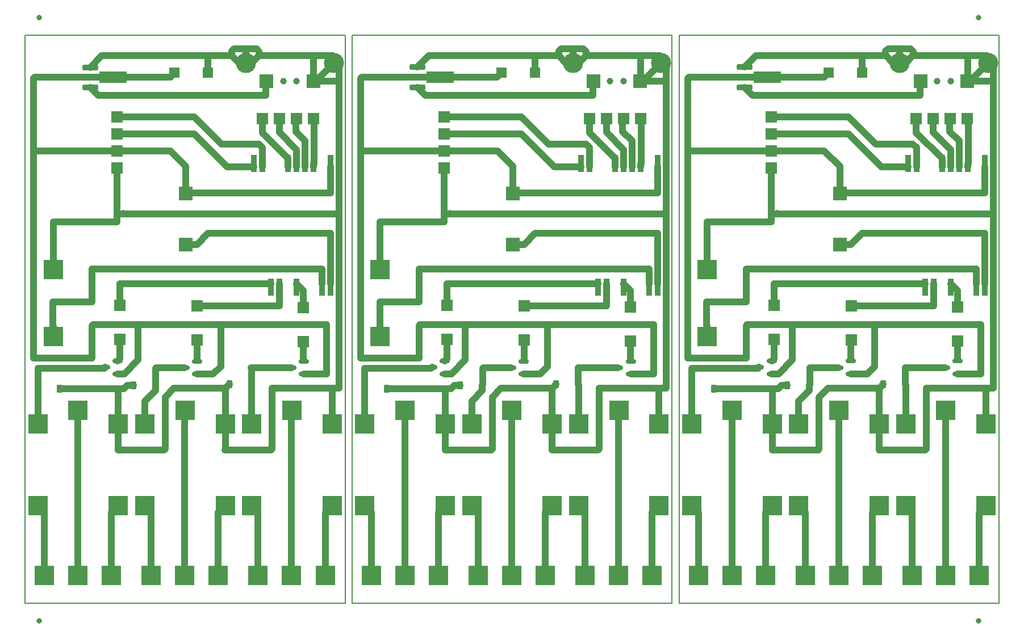
<source format=gbr>
%TF.GenerationSoftware,KiCad,Pcbnew,9.0.6*%
%TF.CreationDate,2026-01-12T11:56:10-03:00*%
%TF.ProjectId,central,63656e74-7261-46c2-9e6b-696361645f70,rev?*%
%TF.SameCoordinates,Original*%
%TF.FileFunction,Copper,L1,Top*%
%TF.FilePolarity,Positive*%
%FSLAX46Y46*%
G04 Gerber Fmt 4.6, Leading zero omitted, Abs format (unit mm)*
G04 Created by KiCad (PCBNEW 9.0.6) date 2026-01-12 11:56:10*
%MOMM*%
%LPD*%
G01*
G04 APERTURE LIST*
G04 Aperture macros list*
%AMRoundRect*
0 Rectangle with rounded corners*
0 $1 Rounding radius*
0 $2 $3 $4 $5 $6 $7 $8 $9 X,Y pos of 4 corners*
0 Add a 4 corners polygon primitive as box body*
4,1,4,$2,$3,$4,$5,$6,$7,$8,$9,$2,$3,0*
0 Add four circle primitives for the rounded corners*
1,1,$1+$1,$2,$3*
1,1,$1+$1,$4,$5*
1,1,$1+$1,$6,$7*
1,1,$1+$1,$8,$9*
0 Add four rect primitives between the rounded corners*
20,1,$1+$1,$2,$3,$4,$5,0*
20,1,$1+$1,$4,$5,$6,$7,0*
20,1,$1+$1,$6,$7,$8,$9,0*
20,1,$1+$1,$8,$9,$2,$3,0*%
%AMFreePoly0*
4,1,9,5.362500,-0.866500,1.237500,-0.866500,1.237500,-0.450000,-1.237500,-0.450000,-1.237500,0.450000,1.237500,0.450000,1.237500,0.866500,5.362500,0.866500,5.362500,-0.866500,5.362500,-0.866500,$1*%
G04 Aperture macros list end*
%TA.AperFunction,SMDPad,CuDef*%
%ADD10RoundRect,0.225000X-0.225000X-0.375000X0.225000X-0.375000X0.225000X0.375000X-0.225000X0.375000X0*%
%TD*%
%TA.AperFunction,SMDPad,CuDef*%
%ADD11RoundRect,0.150000X0.587500X0.150000X-0.587500X0.150000X-0.587500X-0.150000X0.587500X-0.150000X0*%
%TD*%
%TA.AperFunction,SMDPad,CuDef*%
%ADD12R,0.900000X2.500000*%
%TD*%
%TA.AperFunction,SMDPad,CuDef*%
%ADD13RoundRect,0.225000X-0.925000X-0.225000X0.925000X-0.225000X0.925000X0.225000X-0.925000X0.225000X0*%
%TD*%
%TA.AperFunction,SMDPad,CuDef*%
%ADD14FreePoly0,0.000000*%
%TD*%
%TA.AperFunction,SMDPad,CuDef*%
%ADD15RoundRect,0.225000X0.225000X0.375000X-0.225000X0.375000X-0.225000X-0.375000X0.225000X-0.375000X0*%
%TD*%
%TA.AperFunction,ComponentPad*%
%ADD16R,3.000000X3.000000*%
%TD*%
%TA.AperFunction,ComponentPad*%
%ADD17R,1.700000X1.700000*%
%TD*%
%TA.AperFunction,ComponentPad*%
%ADD18R,2.000000X2.000000*%
%TD*%
%TA.AperFunction,ComponentPad*%
%ADD19C,1.000000*%
%TD*%
%TA.AperFunction,ComponentPad*%
%ADD20C,3.000000*%
%TD*%
%TA.AperFunction,ComponentPad*%
%ADD21RoundRect,0.250000X-0.550000X-0.550000X0.550000X-0.550000X0.550000X0.550000X-0.550000X0.550000X0*%
%TD*%
%TA.AperFunction,ViaPad*%
%ADD22C,0.800000*%
%TD*%
%TA.AperFunction,Conductor*%
%ADD23C,1.000000*%
%TD*%
%TA.AperFunction,Profile*%
%ADD24C,0.200000*%
%TD*%
G04 APERTURE END LIST*
D10*
%TO.P,D1,1,K*%
%TO.N,Net-(D1-K)*%
X65122800Y-108610400D03*
%TO.P,D1,2,A*%
%TO.N,GND*%
X68422800Y-108610400D03*
%TD*%
D11*
%TO.P,Q3,1,E*%
%TO.N,VCC*%
X77035900Y-106410800D03*
%TO.P,Q3,2,B*%
%TO.N,Net-(Q3-B)*%
X77035900Y-104510800D03*
%TO.P,Q3,3,C*%
%TO.N,Net-(D1-K)*%
X75160900Y-105460800D03*
%TD*%
%TO.P,Q2,1,E*%
%TO.N,VCC*%
X88860900Y-106438500D03*
%TO.P,Q2,2,B*%
%TO.N,Net-(Q2-B)*%
X88860900Y-104538500D03*
%TO.P,Q2,3,C*%
%TO.N,Net-(D2-K)*%
X86985900Y-105488500D03*
%TD*%
D12*
%TO.P,U1,1,GND*%
%TO.N,GND*%
X158835600Y-75010400D03*
%TO.P,U1,2,3V3*%
%TO.N,VCC*%
X157565600Y-75010400D03*
%TO.P,U1,4,GPIO4/TOUCH4/ADC1_CH3*%
%TO.N,Net-(Jtouch1-Pin_4)*%
X155025600Y-75010400D03*
%TO.P,U1,5,GPIO5/TOUCH5/ADC1_CH4*%
%TO.N,Net-(Jtouch1-Pin_3)*%
X153755600Y-75010400D03*
%TO.P,U1,6,GPIO6/TOUCH6/ADC1_CH5*%
%TO.N,Net-(Jtouch1-Pin_2)*%
X152485600Y-75010400D03*
%TO.P,U1,7,GPIO7/TOUCH7/ADC1_CH6*%
%TO.N,Net-(Jtouch1-Pin_1)*%
X151215600Y-75010400D03*
%TO.P,U1,10,GPIO17/U1TXD/ADC2_CH6*%
%TO.N,Net-(Brd1-SDA)*%
X147405600Y-75010400D03*
%TO.P,U1,11,GPIO18/U1RXD/ADC2_CH7/CLK_OUT3*%
%TO.N,Net-(Brd1-SCL)*%
X146135600Y-75010400D03*
%TO.P,U1,32,MTCK/GPIO39/CLK_OUT3/SUBSPICS1*%
%TO.N,Net-(U1-MTCK{slash}GPIO39{slash}CLK_OUT3{slash}SUBSPICS1)*%
X148675600Y-93510400D03*
%TO.P,U1,33,MTDO/GPIO40/CLK_OUT2*%
%TO.N,Net-(U1-MTDO{slash}GPIO40{slash}CLK_OUT2)*%
X149945600Y-93510400D03*
%TO.P,U1,35,MTMS/GPIO42*%
%TO.N,Net-(U1-MTMS{slash}GPIO42)*%
X152485600Y-93510400D03*
%TO.P,U1,38,GPIO2/TOUCH2/ADC1_CH1*%
%TO.N,Net-(J4-Pin_1)*%
X156295600Y-93510400D03*
%TO.P,U1,39,GPIO1/TOUCH1/ADC1_CH0*%
%TO.N,Net-(BZ1--)*%
X157565600Y-93510400D03*
%TO.P,U1,40,GND*%
%TO.N,GND*%
X158835600Y-93510400D03*
%TD*%
D13*
%TO.P,U2,1,GND*%
%TO.N,GND*%
X170492000Y-60670400D03*
D14*
%TO.P,U2,2,VO*%
%TO.N,VCC*%
X170579500Y-62170400D03*
D13*
%TO.P,U2,3,VI*%
%TO.N,Net-(J5-VBUS)*%
X170492000Y-63670400D03*
%TD*%
D12*
%TO.P,U1,1,GND*%
%TO.N,GND*%
X207587600Y-75006000D03*
%TO.P,U1,2,3V3*%
%TO.N,VCC*%
X206317600Y-75006000D03*
%TO.P,U1,4,GPIO4/TOUCH4/ADC1_CH3*%
%TO.N,Net-(Jtouch1-Pin_4)*%
X203777600Y-75006000D03*
%TO.P,U1,5,GPIO5/TOUCH5/ADC1_CH4*%
%TO.N,Net-(Jtouch1-Pin_3)*%
X202507600Y-75006000D03*
%TO.P,U1,6,GPIO6/TOUCH6/ADC1_CH5*%
%TO.N,Net-(Jtouch1-Pin_2)*%
X201237600Y-75006000D03*
%TO.P,U1,7,GPIO7/TOUCH7/ADC1_CH6*%
%TO.N,Net-(Jtouch1-Pin_1)*%
X199967600Y-75006000D03*
%TO.P,U1,10,GPIO17/U1TXD/ADC2_CH6*%
%TO.N,Net-(Brd1-SDA)*%
X196157600Y-75006000D03*
%TO.P,U1,11,GPIO18/U1RXD/ADC2_CH7/CLK_OUT3*%
%TO.N,Net-(Brd1-SCL)*%
X194887600Y-75006000D03*
%TO.P,U1,32,MTCK/GPIO39/CLK_OUT3/SUBSPICS1*%
%TO.N,Net-(U1-MTCK{slash}GPIO39{slash}CLK_OUT3{slash}SUBSPICS1)*%
X197427600Y-93506000D03*
%TO.P,U1,33,MTDO/GPIO40/CLK_OUT2*%
%TO.N,Net-(U1-MTDO{slash}GPIO40{slash}CLK_OUT2)*%
X198697600Y-93506000D03*
%TO.P,U1,35,MTMS/GPIO42*%
%TO.N,Net-(U1-MTMS{slash}GPIO42)*%
X201237600Y-93506000D03*
%TO.P,U1,38,GPIO2/TOUCH2/ADC1_CH1*%
%TO.N,Net-(J4-Pin_1)*%
X205047600Y-93506000D03*
%TO.P,U1,39,GPIO1/TOUCH1/ADC1_CH0*%
%TO.N,Net-(BZ1--)*%
X206317600Y-93506000D03*
%TO.P,U1,40,GND*%
%TO.N,GND*%
X207587600Y-93506000D03*
%TD*%
D15*
%TO.P,D2,1,K*%
%TO.N,Net-(D2-K)*%
X180180000Y-108093600D03*
%TO.P,D2,2,A*%
%TO.N,GND*%
X176880000Y-108093600D03*
%TD*%
D10*
%TO.P,D1,1,K*%
%TO.N,Net-(D1-K)*%
X113874800Y-108606000D03*
%TO.P,D1,2,A*%
%TO.N,GND*%
X117174800Y-108606000D03*
%TD*%
D13*
%TO.P,U2,1,GND*%
%TO.N,GND*%
X121740000Y-60674800D03*
D14*
%TO.P,U2,2,VO*%
%TO.N,VCC*%
X121827500Y-62174800D03*
D13*
%TO.P,U2,3,VI*%
%TO.N,Net-(J5-VBUS)*%
X121740000Y-63674800D03*
%TD*%
D15*
%TO.P,D2,1,K*%
%TO.N,Net-(D2-K)*%
X82676000Y-108102400D03*
%TO.P,D2,2,A*%
%TO.N,GND*%
X79376000Y-108102400D03*
%TD*%
D10*
%TO.P,D1,1,K*%
%TO.N,Net-(D1-K)*%
X162626800Y-108601600D03*
%TO.P,D1,2,A*%
%TO.N,GND*%
X165926800Y-108601600D03*
%TD*%
D11*
%TO.P,Q3,1,E*%
%TO.N,VCC*%
X174539900Y-106402000D03*
%TO.P,Q3,2,B*%
%TO.N,Net-(Q3-B)*%
X174539900Y-104502000D03*
%TO.P,Q3,3,C*%
%TO.N,Net-(D1-K)*%
X172664900Y-105452000D03*
%TD*%
D15*
%TO.P,D2,1,K*%
%TO.N,Net-(D2-K)*%
X131428000Y-108098000D03*
%TO.P,D2,2,A*%
%TO.N,GND*%
X128128000Y-108098000D03*
%TD*%
D11*
%TO.P,Q2,1,E*%
%TO.N,VCC*%
X137612900Y-106434100D03*
%TO.P,Q2,2,B*%
%TO.N,Net-(Q2-B)*%
X137612900Y-104534100D03*
%TO.P,Q2,3,C*%
%TO.N,Net-(D2-K)*%
X135737900Y-105484100D03*
%TD*%
%TO.P,Q1,1,E*%
%TO.N,VCC*%
X104792300Y-106438500D03*
%TO.P,Q1,2,B*%
%TO.N,Net-(Q1-B)*%
X104792300Y-104538500D03*
%TO.P,Q1,3,C*%
%TO.N,Net-(D3-K)*%
X102917300Y-105488500D03*
%TD*%
D15*
%TO.P,D3,1,K*%
%TO.N,Net-(D3-K)*%
X145737600Y-107996400D03*
%TO.P,D3,2,A*%
%TO.N,GND*%
X142437600Y-107996400D03*
%TD*%
D13*
%TO.P,U2,1,GND*%
%TO.N,GND*%
X72988000Y-60679200D03*
D14*
%TO.P,U2,2,VO*%
%TO.N,VCC*%
X73075500Y-62179200D03*
D13*
%TO.P,U2,3,VI*%
%TO.N,Net-(J5-VBUS)*%
X72988000Y-63679200D03*
%TD*%
D15*
%TO.P,D3,1,K*%
%TO.N,Net-(D3-K)*%
X194489600Y-107992000D03*
%TO.P,D3,2,A*%
%TO.N,GND*%
X191189600Y-107992000D03*
%TD*%
D11*
%TO.P,Q3,1,E*%
%TO.N,VCC*%
X125787900Y-106406400D03*
%TO.P,Q3,2,B*%
%TO.N,Net-(Q3-B)*%
X125787900Y-104506400D03*
%TO.P,Q3,3,C*%
%TO.N,Net-(D1-K)*%
X123912900Y-105456400D03*
%TD*%
%TO.P,Q1,1,E*%
%TO.N,VCC*%
X202296300Y-106429700D03*
%TO.P,Q1,2,B*%
%TO.N,Net-(Q1-B)*%
X202296300Y-104529700D03*
%TO.P,Q1,3,C*%
%TO.N,Net-(D3-K)*%
X200421300Y-105479700D03*
%TD*%
%TO.P,Q2,1,E*%
%TO.N,VCC*%
X186364900Y-106429700D03*
%TO.P,Q2,2,B*%
%TO.N,Net-(Q2-B)*%
X186364900Y-104529700D03*
%TO.P,Q2,3,C*%
%TO.N,Net-(D2-K)*%
X184489900Y-105479700D03*
%TD*%
%TO.P,Q1,1,E*%
%TO.N,VCC*%
X153544300Y-106434100D03*
%TO.P,Q1,2,B*%
%TO.N,Net-(Q1-B)*%
X153544300Y-104534100D03*
%TO.P,Q1,3,C*%
%TO.N,Net-(D3-K)*%
X151669300Y-105484100D03*
%TD*%
D12*
%TO.P,U1,1,GND*%
%TO.N,GND*%
X110083600Y-75014800D03*
%TO.P,U1,2,3V3*%
%TO.N,VCC*%
X108813600Y-75014800D03*
%TO.P,U1,4,GPIO4/TOUCH4/ADC1_CH3*%
%TO.N,Net-(Jtouch1-Pin_4)*%
X106273600Y-75014800D03*
%TO.P,U1,5,GPIO5/TOUCH5/ADC1_CH4*%
%TO.N,Net-(Jtouch1-Pin_3)*%
X105003600Y-75014800D03*
%TO.P,U1,6,GPIO6/TOUCH6/ADC1_CH5*%
%TO.N,Net-(Jtouch1-Pin_2)*%
X103733600Y-75014800D03*
%TO.P,U1,7,GPIO7/TOUCH7/ADC1_CH6*%
%TO.N,Net-(Jtouch1-Pin_1)*%
X102463600Y-75014800D03*
%TO.P,U1,10,GPIO17/U1TXD/ADC2_CH6*%
%TO.N,Net-(Brd1-SDA)*%
X98653600Y-75014800D03*
%TO.P,U1,11,GPIO18/U1RXD/ADC2_CH7/CLK_OUT3*%
%TO.N,Net-(Brd1-SCL)*%
X97383600Y-75014800D03*
%TO.P,U1,32,MTCK/GPIO39/CLK_OUT3/SUBSPICS1*%
%TO.N,Net-(U1-MTCK{slash}GPIO39{slash}CLK_OUT3{slash}SUBSPICS1)*%
X99923600Y-93514800D03*
%TO.P,U1,33,MTDO/GPIO40/CLK_OUT2*%
%TO.N,Net-(U1-MTDO{slash}GPIO40{slash}CLK_OUT2)*%
X101193600Y-93514800D03*
%TO.P,U1,35,MTMS/GPIO42*%
%TO.N,Net-(U1-MTMS{slash}GPIO42)*%
X103733600Y-93514800D03*
%TO.P,U1,38,GPIO2/TOUCH2/ADC1_CH1*%
%TO.N,Net-(J4-Pin_1)*%
X107543600Y-93514800D03*
%TO.P,U1,39,GPIO1/TOUCH1/ADC1_CH0*%
%TO.N,Net-(BZ1--)*%
X108813600Y-93514800D03*
%TO.P,U1,40,GND*%
%TO.N,GND*%
X110083600Y-93514800D03*
%TD*%
D15*
%TO.P,D3,1,K*%
%TO.N,Net-(D3-K)*%
X96985600Y-108000800D03*
%TO.P,D3,2,A*%
%TO.N,GND*%
X93685600Y-108000800D03*
%TD*%
D16*
%TO.P,K1,11*%
%TO.N,Net-(J1-Pin_2)*%
X200516000Y-111884800D03*
%TO.P,K1,12*%
%TO.N,Net-(J1-Pin_3)*%
X194516000Y-126084800D03*
%TO.P,K1,14*%
%TO.N,Net-(J1-Pin_1)*%
X206516000Y-126084800D03*
%TO.P,K1,A1*%
%TO.N,Net-(D3-K)*%
X194516000Y-113884800D03*
%TO.P,K1,A2*%
%TO.N,GND*%
X206516000Y-113884800D03*
%TD*%
D17*
%TO.P,R1,1*%
%TO.N,Net-(U1-MTMS{slash}GPIO42)*%
X153483600Y-96487900D03*
%TO.P,R1,2*%
%TO.N,Net-(Q1-B)*%
X153483600Y-101567900D03*
%TD*%
D16*
%TO.P,J2,1,Pin_1*%
%TO.N,Net-(J2-Pin_1)*%
X140805400Y-136507650D03*
%TO.P,J2,2,Pin_2*%
%TO.N,Net-(J2-Pin_2)*%
X135805400Y-136507650D03*
%TO.P,J2,3,Pin_3*%
%TO.N,Net-(J2-Pin_3)*%
X130805400Y-136507650D03*
%TD*%
%TO.P,J2,1,Pin_1*%
%TO.N,Net-(J2-Pin_1)*%
X92053400Y-136512050D03*
%TO.P,J2,2,Pin_2*%
%TO.N,Net-(J2-Pin_2)*%
X87053400Y-136512050D03*
%TO.P,J2,3,Pin_3*%
%TO.N,Net-(J2-Pin_3)*%
X82053400Y-136512050D03*
%TD*%
D17*
%TO.P,R3,1*%
%TO.N,Net-(U1-MTCK{slash}GPIO39{slash}CLK_OUT3{slash}SUBSPICS1)*%
X77368400Y-96215200D03*
%TO.P,R3,2*%
%TO.N,Net-(Q3-B)*%
X77368400Y-101295200D03*
%TD*%
%TO.P,R1,1*%
%TO.N,Net-(U1-MTMS{slash}GPIO42)*%
X104731600Y-96492300D03*
%TO.P,R1,2*%
%TO.N,Net-(Q1-B)*%
X104731600Y-101572300D03*
%TD*%
D18*
%TO.P,J5,1,VBUS*%
%TO.N,Net-(J5-VBUS)*%
X147969600Y-62729200D03*
D19*
%TO.P,J5,2,D-*%
%TO.N,unconnected-(J5-D--Pad2)*%
X150469600Y-62729200D03*
%TO.P,J5,3,D+*%
%TO.N,unconnected-(J5-D+-Pad3)*%
X152469600Y-62729200D03*
D18*
%TO.P,J5,4,GND*%
%TO.N,GND*%
X154969600Y-62729200D03*
D20*
%TO.P,J5,5,Shield*%
X144899600Y-60019200D03*
X158039600Y-60019200D03*
%TD*%
D18*
%TO.P,BZ1,1,+*%
%TO.N,VCC*%
X135975600Y-79497600D03*
%TO.P,BZ1,2,-*%
%TO.N,Net-(BZ1--)*%
X135975600Y-87097600D03*
%TD*%
D16*
%TO.P,K3,11*%
%TO.N,Net-(J3-Pin_2)*%
X168653200Y-111884800D03*
%TO.P,K3,12*%
%TO.N,Net-(J3-Pin_3)*%
X162653200Y-126084800D03*
%TO.P,K3,14*%
%TO.N,Net-(J3-Pin_1)*%
X174653200Y-126084800D03*
%TO.P,K3,A1*%
%TO.N,Net-(D1-K)*%
X162653200Y-113884800D03*
%TO.P,K3,A2*%
%TO.N,GND*%
X174653200Y-113884800D03*
%TD*%
%TO.P,J3,1,Pin_1*%
%TO.N,Net-(J3-Pin_1)*%
X173626000Y-136503250D03*
%TO.P,J3,2,Pin_2*%
%TO.N,Net-(J3-Pin_2)*%
X168626000Y-136503250D03*
%TO.P,J3,3,Pin_3*%
%TO.N,Net-(J3-Pin_3)*%
X163626000Y-136503250D03*
%TD*%
%TO.P,K2,11*%
%TO.N,Net-(J2-Pin_2)*%
X184584600Y-111884800D03*
%TO.P,K2,12*%
%TO.N,Net-(J2-Pin_3)*%
X178584600Y-126084800D03*
%TO.P,K2,14*%
%TO.N,Net-(J2-Pin_1)*%
X190584600Y-126084800D03*
%TO.P,K2,A1*%
%TO.N,Net-(D2-K)*%
X178584600Y-113884800D03*
%TO.P,K2,A2*%
%TO.N,GND*%
X190584600Y-113884800D03*
%TD*%
D17*
%TO.P,Jtouch1,1,Pin_1*%
%TO.N,Net-(Jtouch1-Pin_1)*%
X196106800Y-68368000D03*
%TO.P,Jtouch1,2,Pin_2*%
%TO.N,Net-(Jtouch1-Pin_2)*%
X198646800Y-68368000D03*
%TO.P,Jtouch1,3,Pin_3*%
%TO.N,Net-(Jtouch1-Pin_3)*%
X201186800Y-68368000D03*
%TO.P,Jtouch1,4,Pin_4*%
%TO.N,Net-(Jtouch1-Pin_4)*%
X203726800Y-68368000D03*
%TD*%
%TO.P,R3,1*%
%TO.N,Net-(U1-MTCK{slash}GPIO39{slash}CLK_OUT3{slash}SUBSPICS1)*%
X174872400Y-96206400D03*
%TO.P,R3,2*%
%TO.N,Net-(Q3-B)*%
X174872400Y-101286400D03*
%TD*%
D18*
%TO.P,BZ1,1,+*%
%TO.N,VCC*%
X184727600Y-79493200D03*
%TO.P,BZ1,2,-*%
%TO.N,Net-(BZ1--)*%
X184727600Y-87093200D03*
%TD*%
D16*
%TO.P,J1,1,Pin_1*%
%TO.N,Net-(J1-Pin_1)*%
X205488800Y-136503250D03*
%TO.P,J1,2,Pin_2*%
%TO.N,Net-(J1-Pin_2)*%
X200488800Y-136503250D03*
%TO.P,J1,3,Pin_3*%
%TO.N,Net-(J1-Pin_3)*%
X195488800Y-136503250D03*
%TD*%
D17*
%TO.P,R2,1*%
%TO.N,Net-(U1-MTDO{slash}GPIO40{slash}CLK_OUT2)*%
X137654800Y-96312400D03*
%TO.P,R2,2*%
%TO.N,Net-(Q2-B)*%
X137654800Y-101392400D03*
%TD*%
D21*
%TO.P,C1,1*%
%TO.N,VCC*%
X183036149Y-61510000D03*
%TO.P,C1,2*%
%TO.N,GND*%
X188036149Y-61510000D03*
%TD*%
D16*
%TO.P,K1,11*%
%TO.N,Net-(J1-Pin_2)*%
X151764000Y-111889200D03*
%TO.P,K1,12*%
%TO.N,Net-(J1-Pin_3)*%
X145764000Y-126089200D03*
%TO.P,K1,14*%
%TO.N,Net-(J1-Pin_1)*%
X157764000Y-126089200D03*
%TO.P,K1,A1*%
%TO.N,Net-(D3-K)*%
X145764000Y-113889200D03*
%TO.P,K1,A2*%
%TO.N,GND*%
X157764000Y-113889200D03*
%TD*%
D17*
%TO.P,Brd1,1,GND*%
%TO.N,GND*%
X76974000Y-75700400D03*
%TO.P,Brd1,2,VCC*%
%TO.N,VCC*%
X76974000Y-73160400D03*
%TO.P,Brd1,3,SCL*%
%TO.N,Net-(Brd1-SCL)*%
X76974000Y-70620400D03*
%TO.P,Brd1,4,SDA*%
%TO.N,Net-(Brd1-SDA)*%
X76974000Y-68080400D03*
%TD*%
D16*
%TO.P,K3,11*%
%TO.N,Net-(J3-Pin_2)*%
X119901200Y-111889200D03*
%TO.P,K3,12*%
%TO.N,Net-(J3-Pin_3)*%
X113901200Y-126089200D03*
%TO.P,K3,14*%
%TO.N,Net-(J3-Pin_1)*%
X125901200Y-126089200D03*
%TO.P,K3,A1*%
%TO.N,Net-(D1-K)*%
X113901200Y-113889200D03*
%TO.P,K3,A2*%
%TO.N,GND*%
X125901200Y-113889200D03*
%TD*%
%TO.P,K1,11*%
%TO.N,Net-(J1-Pin_2)*%
X103012000Y-111893600D03*
%TO.P,K1,12*%
%TO.N,Net-(J1-Pin_3)*%
X97012000Y-126093600D03*
%TO.P,K1,14*%
%TO.N,Net-(J1-Pin_1)*%
X109012000Y-126093600D03*
%TO.P,K1,A1*%
%TO.N,Net-(D3-K)*%
X97012000Y-113893600D03*
%TO.P,K1,A2*%
%TO.N,GND*%
X109012000Y-113893600D03*
%TD*%
D18*
%TO.P,J5,1,VBUS*%
%TO.N,Net-(J5-VBUS)*%
X196721600Y-62724800D03*
D19*
%TO.P,J5,2,D-*%
%TO.N,unconnected-(J5-D--Pad2)*%
X199221600Y-62724800D03*
%TO.P,J5,3,D+*%
%TO.N,unconnected-(J5-D+-Pad3)*%
X201221600Y-62724800D03*
D18*
%TO.P,J5,4,GND*%
%TO.N,GND*%
X203721600Y-62724800D03*
D20*
%TO.P,J5,5,Shield*%
X193651600Y-60014800D03*
X206791600Y-60014800D03*
%TD*%
D16*
%TO.P,J1,1,Pin_1*%
%TO.N,Net-(J1-Pin_1)*%
X107984800Y-136512050D03*
%TO.P,J1,2,Pin_2*%
%TO.N,Net-(J1-Pin_2)*%
X102984800Y-136512050D03*
%TO.P,J1,3,Pin_3*%
%TO.N,Net-(J1-Pin_3)*%
X97984800Y-136512050D03*
%TD*%
D17*
%TO.P,R2,1*%
%TO.N,Net-(U1-MTDO{slash}GPIO40{slash}CLK_OUT2)*%
X186406800Y-96308000D03*
%TO.P,R2,2*%
%TO.N,Net-(Q2-B)*%
X186406800Y-101388000D03*
%TD*%
D16*
%TO.P,J4,1,Pin_1*%
%TO.N,Net-(J4-Pin_1)*%
X164943900Y-100850800D03*
%TO.P,J4,3,Pin_3*%
%TO.N,GND*%
X164943900Y-90850800D03*
%TD*%
D17*
%TO.P,R2,1*%
%TO.N,Net-(U1-MTDO{slash}GPIO40{slash}CLK_OUT2)*%
X88902800Y-96316800D03*
%TO.P,R2,2*%
%TO.N,Net-(Q2-B)*%
X88902800Y-101396800D03*
%TD*%
%TO.P,R1,1*%
%TO.N,Net-(U1-MTMS{slash}GPIO42)*%
X202235600Y-96483500D03*
%TO.P,R1,2*%
%TO.N,Net-(Q1-B)*%
X202235600Y-101563500D03*
%TD*%
D16*
%TO.P,J4,1,Pin_1*%
%TO.N,Net-(J4-Pin_1)*%
X67439900Y-100859600D03*
%TO.P,J4,3,Pin_3*%
%TO.N,GND*%
X67439900Y-90859600D03*
%TD*%
%TO.P,J4,1,Pin_1*%
%TO.N,Net-(J4-Pin_1)*%
X116191900Y-100855200D03*
%TO.P,J4,3,Pin_3*%
%TO.N,GND*%
X116191900Y-90855200D03*
%TD*%
%TO.P,J2,1,Pin_1*%
%TO.N,Net-(J2-Pin_1)*%
X189557400Y-136503250D03*
%TO.P,J2,2,Pin_2*%
%TO.N,Net-(J2-Pin_2)*%
X184557400Y-136503250D03*
%TO.P,J2,3,Pin_3*%
%TO.N,Net-(J2-Pin_3)*%
X179557400Y-136503250D03*
%TD*%
%TO.P,K2,11*%
%TO.N,Net-(J2-Pin_2)*%
X87080600Y-111893600D03*
%TO.P,K2,12*%
%TO.N,Net-(J2-Pin_3)*%
X81080600Y-126093600D03*
%TO.P,K2,14*%
%TO.N,Net-(J2-Pin_1)*%
X93080600Y-126093600D03*
%TO.P,K2,A1*%
%TO.N,Net-(D2-K)*%
X81080600Y-113893600D03*
%TO.P,K2,A2*%
%TO.N,GND*%
X93080600Y-113893600D03*
%TD*%
D17*
%TO.P,R3,1*%
%TO.N,Net-(U1-MTCK{slash}GPIO39{slash}CLK_OUT3{slash}SUBSPICS1)*%
X126120400Y-96210800D03*
%TO.P,R3,2*%
%TO.N,Net-(Q3-B)*%
X126120400Y-101290800D03*
%TD*%
D16*
%TO.P,J1,1,Pin_1*%
%TO.N,Net-(J1-Pin_1)*%
X156736800Y-136507650D03*
%TO.P,J1,2,Pin_2*%
%TO.N,Net-(J1-Pin_2)*%
X151736800Y-136507650D03*
%TO.P,J1,3,Pin_3*%
%TO.N,Net-(J1-Pin_3)*%
X146736800Y-136507650D03*
%TD*%
%TO.P,J3,1,Pin_1*%
%TO.N,Net-(J3-Pin_1)*%
X124874000Y-136507650D03*
%TO.P,J3,2,Pin_2*%
%TO.N,Net-(J3-Pin_2)*%
X119874000Y-136507650D03*
%TO.P,J3,3,Pin_3*%
%TO.N,Net-(J3-Pin_3)*%
X114874000Y-136507650D03*
%TD*%
D17*
%TO.P,Jtouch1,1,Pin_1*%
%TO.N,Net-(Jtouch1-Pin_1)*%
X98602800Y-68376800D03*
%TO.P,Jtouch1,2,Pin_2*%
%TO.N,Net-(Jtouch1-Pin_2)*%
X101142800Y-68376800D03*
%TO.P,Jtouch1,3,Pin_3*%
%TO.N,Net-(Jtouch1-Pin_3)*%
X103682800Y-68376800D03*
%TO.P,Jtouch1,4,Pin_4*%
%TO.N,Net-(Jtouch1-Pin_4)*%
X106222800Y-68376800D03*
%TD*%
%TO.P,Jtouch1,1,Pin_1*%
%TO.N,Net-(Jtouch1-Pin_1)*%
X147354800Y-68372400D03*
%TO.P,Jtouch1,2,Pin_2*%
%TO.N,Net-(Jtouch1-Pin_2)*%
X149894800Y-68372400D03*
%TO.P,Jtouch1,3,Pin_3*%
%TO.N,Net-(Jtouch1-Pin_3)*%
X152434800Y-68372400D03*
%TO.P,Jtouch1,4,Pin_4*%
%TO.N,Net-(Jtouch1-Pin_4)*%
X154974800Y-68372400D03*
%TD*%
D18*
%TO.P,J5,1,VBUS*%
%TO.N,Net-(J5-VBUS)*%
X99217600Y-62733600D03*
D19*
%TO.P,J5,2,D-*%
%TO.N,unconnected-(J5-D--Pad2)*%
X101717600Y-62733600D03*
%TO.P,J5,3,D+*%
%TO.N,unconnected-(J5-D+-Pad3)*%
X103717600Y-62733600D03*
D18*
%TO.P,J5,4,GND*%
%TO.N,GND*%
X106217600Y-62733600D03*
D20*
%TO.P,J5,5,Shield*%
X96147600Y-60023600D03*
X109287600Y-60023600D03*
%TD*%
D16*
%TO.P,J3,1,Pin_1*%
%TO.N,Net-(J3-Pin_1)*%
X76122000Y-136512050D03*
%TO.P,J3,2,Pin_2*%
%TO.N,Net-(J3-Pin_2)*%
X71122000Y-136512050D03*
%TO.P,J3,3,Pin_3*%
%TO.N,Net-(J3-Pin_3)*%
X66122000Y-136512050D03*
%TD*%
%TO.P,K2,11*%
%TO.N,Net-(J2-Pin_2)*%
X135832600Y-111889200D03*
%TO.P,K2,12*%
%TO.N,Net-(J2-Pin_3)*%
X129832600Y-126089200D03*
%TO.P,K2,14*%
%TO.N,Net-(J2-Pin_1)*%
X141832600Y-126089200D03*
%TO.P,K2,A1*%
%TO.N,Net-(D2-K)*%
X129832600Y-113889200D03*
%TO.P,K2,A2*%
%TO.N,GND*%
X141832600Y-113889200D03*
%TD*%
D17*
%TO.P,Brd1,1,GND*%
%TO.N,GND*%
X125726000Y-75696000D03*
%TO.P,Brd1,2,VCC*%
%TO.N,VCC*%
X125726000Y-73156000D03*
%TO.P,Brd1,3,SCL*%
%TO.N,Net-(Brd1-SCL)*%
X125726000Y-70616000D03*
%TO.P,Brd1,4,SDA*%
%TO.N,Net-(Brd1-SDA)*%
X125726000Y-68076000D03*
%TD*%
D21*
%TO.P,C1,1*%
%TO.N,VCC*%
X134284149Y-61514400D03*
%TO.P,C1,2*%
%TO.N,GND*%
X139284149Y-61514400D03*
%TD*%
D16*
%TO.P,K3,11*%
%TO.N,Net-(J3-Pin_2)*%
X71149200Y-111893600D03*
%TO.P,K3,12*%
%TO.N,Net-(J3-Pin_3)*%
X65149200Y-126093600D03*
%TO.P,K3,14*%
%TO.N,Net-(J3-Pin_1)*%
X77149200Y-126093600D03*
%TO.P,K3,A1*%
%TO.N,Net-(D1-K)*%
X65149200Y-113893600D03*
%TO.P,K3,A2*%
%TO.N,GND*%
X77149200Y-113893600D03*
%TD*%
D21*
%TO.P,C1,1*%
%TO.N,VCC*%
X85532149Y-61518800D03*
%TO.P,C1,2*%
%TO.N,GND*%
X90532149Y-61518800D03*
%TD*%
D18*
%TO.P,BZ1,1,+*%
%TO.N,VCC*%
X87223600Y-79502000D03*
%TO.P,BZ1,2,-*%
%TO.N,Net-(BZ1--)*%
X87223600Y-87102000D03*
%TD*%
D17*
%TO.P,Brd1,1,GND*%
%TO.N,GND*%
X174478000Y-75691600D03*
%TO.P,Brd1,2,VCC*%
%TO.N,VCC*%
X174478000Y-73151600D03*
%TO.P,Brd1,3,SCL*%
%TO.N,Net-(Brd1-SCL)*%
X174478000Y-70611600D03*
%TO.P,Brd1,4,SDA*%
%TO.N,Net-(Brd1-SDA)*%
X174478000Y-68071600D03*
%TD*%
D22*
%TO.N,*%
X205379600Y-143306800D03*
X205379600Y-53306800D03*
X65379600Y-143306800D03*
X65379600Y-53306800D03*
%TD*%
D23*
%TO.N,Net-(Brd1-SDA)*%
X147405600Y-75510400D02*
X147405600Y-72690400D01*
X147405600Y-72690400D02*
X146846800Y-72131600D01*
X98094800Y-72136000D02*
X92557600Y-72136000D01*
X141309600Y-72131600D02*
X137254000Y-68076000D01*
X190061600Y-72127200D02*
X186006000Y-68071600D01*
X88502000Y-68080400D02*
X76974000Y-68080400D01*
X195598800Y-72127200D02*
X190061600Y-72127200D01*
X146846800Y-72131600D02*
X141309600Y-72131600D01*
X196157600Y-72686000D02*
X195598800Y-72127200D01*
X98653600Y-72694800D02*
X98094800Y-72136000D01*
X186006000Y-68071600D02*
X174478000Y-68071600D01*
X137254000Y-68076000D02*
X125726000Y-68076000D01*
X196157600Y-75506000D02*
X196157600Y-72686000D01*
X98653600Y-75514800D02*
X98653600Y-72694800D01*
X92557600Y-72136000D02*
X88502000Y-68080400D01*
%TO.N,Net-(Brd1-SCL)*%
X93396400Y-75514800D02*
X88493600Y-70612000D01*
X146135600Y-75510400D02*
X142148400Y-75510400D01*
X76982400Y-70612000D02*
X76974000Y-70620400D01*
X185997600Y-70603200D02*
X174486400Y-70603200D01*
X190900400Y-75506000D02*
X185997600Y-70603200D01*
X194887600Y-75506000D02*
X190900400Y-75506000D01*
X142148400Y-75510400D02*
X137245600Y-70607600D01*
X125734400Y-70607600D02*
X125726000Y-70616000D01*
X97383600Y-75514800D02*
X93396400Y-75514800D01*
X88493600Y-70612000D02*
X76982400Y-70612000D01*
X137245600Y-70607600D02*
X125734400Y-70607600D01*
X174486400Y-70603200D02*
X174478000Y-70611600D01*
%TO.N,GND*%
X77148200Y-108611400D02*
X77149200Y-108610400D01*
X172192400Y-58970000D02*
X170492000Y-60670400D01*
X195243200Y-57903200D02*
X195649600Y-58309600D01*
X94030800Y-58267600D02*
X94030800Y-58978800D01*
X77160400Y-117754400D02*
X83975200Y-117754400D01*
X154995800Y-59071600D02*
X154898600Y-58974400D01*
X143878400Y-60019200D02*
X142833600Y-58974400D01*
X76974000Y-83718400D02*
X76974000Y-75700400D01*
X93080600Y-117742200D02*
X93080600Y-108559600D01*
X125900200Y-117737800D02*
X125900200Y-108607000D01*
X77970000Y-108610400D02*
X78478000Y-108102400D01*
X181631600Y-109868800D02*
X181631600Y-117593200D01*
X192630400Y-60014800D02*
X191585600Y-58970000D01*
X174478000Y-83709600D02*
X174478000Y-75691600D01*
X110058200Y-59893200D02*
X109143800Y-58978800D01*
X158693800Y-62729200D02*
X158698200Y-62733600D01*
X193770000Y-57903200D02*
X191890400Y-57903200D01*
X125901200Y-108606000D02*
X126722000Y-108606000D01*
X125900200Y-108607000D02*
X125901200Y-108606000D01*
X97050000Y-60023600D02*
X98094800Y-58978800D01*
X146491200Y-57907600D02*
X146897600Y-58314000D01*
X158835600Y-82494800D02*
X158784800Y-82545600D01*
X193770000Y-57903200D02*
X195243200Y-57903200D01*
X77149200Y-108610400D02*
X77970000Y-108610400D01*
X144899600Y-60019200D02*
X144899600Y-58026000D01*
X203721600Y-62724800D02*
X207445800Y-62724800D01*
X203721600Y-62724800D02*
X204081600Y-62724800D01*
X142833600Y-58974400D02*
X142782800Y-58974400D01*
X68550800Y-108610400D02*
X77147200Y-108610400D01*
X110032800Y-82550000D02*
X76974000Y-82550000D01*
X100060000Y-108559600D02*
X100060000Y-117602000D01*
X190584600Y-108550800D02*
X182949600Y-108550800D01*
X96266000Y-57912000D02*
X94386400Y-57912000D01*
X207587600Y-59909800D02*
X207562200Y-59884400D01*
X110083600Y-75514800D02*
X110083600Y-59918600D01*
X175474000Y-108601600D02*
X175982000Y-108093600D01*
X191890400Y-57903200D02*
X191534800Y-58258800D01*
X125900200Y-117737800D02*
X125912400Y-117750000D01*
X87680800Y-58978800D02*
X74688400Y-58978800D01*
X195649600Y-58309600D02*
X195649600Y-58919200D01*
X188036149Y-59014251D02*
X188080400Y-58970000D01*
X110083600Y-108559600D02*
X100060000Y-108559600D01*
X77148200Y-117742200D02*
X77148200Y-108611400D01*
X193651600Y-60014800D02*
X192630400Y-60014800D01*
X123440400Y-58974400D02*
X121740000Y-60674800D01*
X193651600Y-58021600D02*
X193770000Y-57903200D01*
X148812000Y-117597600D02*
X148659600Y-117750000D01*
X116191900Y-83714000D02*
X125726000Y-83714000D01*
X106217600Y-62733600D02*
X106577600Y-62733600D01*
X78478000Y-108102400D02*
X79376000Y-108102400D01*
X76974000Y-82550000D02*
X77793600Y-82550000D01*
X136432800Y-58974400D02*
X123440400Y-58974400D01*
X194554000Y-60014800D02*
X195598800Y-58970000D01*
X145018000Y-57907600D02*
X143138400Y-57907600D01*
X125726000Y-82545600D02*
X126545600Y-82545600D01*
X93068400Y-117754400D02*
X93080600Y-117742200D01*
X148659600Y-117750000D02*
X141844800Y-117750000D01*
X154995800Y-62674400D02*
X154995800Y-59071600D01*
X109941800Y-62733600D02*
X109946200Y-62738000D01*
X77148200Y-117742200D02*
X77160400Y-117754400D01*
X144899600Y-60019200D02*
X145802000Y-60019200D01*
X106146600Y-58978800D02*
X98094800Y-58978800D01*
X190630800Y-108550800D02*
X191189600Y-107992000D01*
X145802000Y-60019200D02*
X146846800Y-58974400D01*
X139284149Y-59018651D02*
X139328400Y-58974400D01*
X174652200Y-108602600D02*
X174653200Y-108601600D01*
X93126800Y-108559600D02*
X93685600Y-108000800D01*
X203747800Y-62670000D02*
X203747800Y-59067200D01*
X207562200Y-59884400D02*
X206647800Y-58970000D01*
X96147600Y-58030400D02*
X96266000Y-57912000D01*
X191534800Y-58258800D02*
X191534800Y-58970000D01*
X174478000Y-82541200D02*
X175297600Y-82541200D01*
X190584600Y-117733400D02*
X190584600Y-108550800D01*
X154969600Y-62729200D02*
X158693800Y-62729200D01*
X193651600Y-60014800D02*
X193651600Y-58021600D01*
X125912400Y-117750000D02*
X132727200Y-117750000D01*
X193651600Y-60014800D02*
X194554000Y-60014800D01*
X106243800Y-59076000D02*
X106146600Y-58978800D01*
X146897600Y-58314000D02*
X146897600Y-58923600D01*
X158784800Y-82545600D02*
X125726000Y-82545600D01*
X110083600Y-81737200D02*
X110083600Y-93014800D01*
X174653200Y-108601600D02*
X175474000Y-108601600D01*
X188080400Y-58970000D02*
X185184800Y-58970000D01*
X175982000Y-108093600D02*
X176880000Y-108093600D01*
X142782800Y-58974400D02*
X139328400Y-58974400D01*
X85445600Y-108559600D02*
X84127600Y-109877600D01*
X84127600Y-109877600D02*
X84127600Y-117602000D01*
X164943900Y-83709600D02*
X174478000Y-83709600D01*
X204081600Y-62724800D02*
X206791600Y-60014800D01*
X203650600Y-58970000D02*
X195598800Y-58970000D01*
X182949600Y-108550800D02*
X181631600Y-109868800D01*
X106217600Y-62733600D02*
X109941800Y-62733600D01*
X90576400Y-58978800D02*
X87680800Y-58978800D01*
X191585600Y-58970000D02*
X191534800Y-58970000D01*
X117302800Y-108606000D02*
X125899200Y-108606000D01*
X132879600Y-109873200D02*
X132879600Y-117597600D01*
X95126400Y-60023600D02*
X94081600Y-58978800D01*
X158835600Y-75510400D02*
X158835600Y-59914200D01*
X126545600Y-82545600D02*
X126596400Y-82494800D01*
X142782800Y-58263200D02*
X142782800Y-58974400D01*
X109143800Y-58978800D02*
X106146600Y-58978800D01*
X174652200Y-117733400D02*
X174664400Y-117745600D01*
X67439900Y-90859600D02*
X67439900Y-83718400D01*
X207587600Y-75506000D02*
X207587600Y-81728400D01*
X174664400Y-117745600D02*
X181479200Y-117745600D01*
X90532149Y-61518800D02*
X90532149Y-59023051D01*
X93080600Y-108559600D02*
X93126800Y-108559600D01*
X155329600Y-62729200D02*
X158039600Y-60019200D01*
X97739200Y-57912000D02*
X98145600Y-58318400D01*
X207587600Y-108550800D02*
X197564000Y-108550800D01*
X154898600Y-58974400D02*
X146846800Y-58974400D01*
X206647800Y-58970000D02*
X203650600Y-58970000D01*
X197411600Y-117745600D02*
X190596800Y-117745600D01*
X206516000Y-113884800D02*
X206516000Y-108793600D01*
X197564000Y-117593200D02*
X197411600Y-117745600D01*
X158835600Y-81732800D02*
X158835600Y-93010400D01*
X110083600Y-82499200D02*
X110032800Y-82550000D01*
X158835600Y-108555200D02*
X148812000Y-108555200D01*
X94386400Y-57912000D02*
X94030800Y-58267600D01*
X146897600Y-58923600D02*
X146846800Y-58974400D01*
X154969600Y-62729200D02*
X155329600Y-62729200D01*
X106243800Y-62678800D02*
X106243800Y-59076000D01*
X90532149Y-59023051D02*
X90576400Y-58978800D01*
X93080600Y-108559600D02*
X85445600Y-108559600D01*
X166054800Y-108601600D02*
X174651200Y-108601600D01*
X203747800Y-59067200D02*
X203650600Y-58970000D01*
X197564000Y-108550800D02*
X197564000Y-117593200D01*
X145018000Y-57907600D02*
X146491200Y-57907600D01*
X98145600Y-58928000D02*
X98094800Y-58978800D01*
X144899600Y-60019200D02*
X143878400Y-60019200D01*
X134197600Y-108555200D02*
X132879600Y-109873200D01*
X141832600Y-117737800D02*
X141832600Y-108555200D01*
X158835600Y-75510400D02*
X158835600Y-81732800D01*
X207587600Y-75506000D02*
X207587600Y-59909800D01*
X110083600Y-88544400D02*
X110083600Y-108559600D01*
X141820400Y-117750000D02*
X141832600Y-117737800D01*
X100060000Y-117602000D02*
X99907600Y-117754400D01*
X158835600Y-59914200D02*
X158810200Y-59888800D01*
X190596800Y-117745600D02*
X190584600Y-117733400D01*
X207587600Y-88535600D02*
X207587600Y-108550800D01*
X148812000Y-108555200D02*
X148812000Y-117597600D01*
X157895800Y-58974400D02*
X154898600Y-58974400D01*
X98145600Y-58318400D02*
X98145600Y-58928000D01*
X125726000Y-83714000D02*
X125726000Y-75696000D01*
X195649600Y-58919200D02*
X195598800Y-58970000D01*
X141844800Y-117750000D02*
X141832600Y-117737800D01*
X207587600Y-81728400D02*
X207587600Y-93006000D01*
X109012000Y-113893600D02*
X109012000Y-108802400D01*
X96266000Y-57912000D02*
X97739200Y-57912000D01*
X141832600Y-108555200D02*
X141878800Y-108555200D01*
X77793600Y-82550000D02*
X77844400Y-82499200D01*
X139284149Y-61514400D02*
X139284149Y-59018651D01*
X116191900Y-90855200D02*
X116191900Y-83714000D01*
X207445800Y-62724800D02*
X207450200Y-62729200D01*
X190584600Y-108550800D02*
X190630800Y-108550800D01*
X139328400Y-58974400D02*
X136432800Y-58974400D01*
X185184800Y-58970000D02*
X172192400Y-58970000D01*
X191534800Y-58970000D02*
X188080400Y-58970000D01*
X158810200Y-59888800D02*
X157895800Y-58974400D01*
X126722000Y-108606000D02*
X127230000Y-108098000D01*
X174652200Y-117733400D02*
X174652200Y-108602600D01*
X96147600Y-60023600D02*
X95126400Y-60023600D01*
X67439900Y-83718400D02*
X76974000Y-83718400D01*
X106577600Y-62733600D02*
X109287600Y-60023600D01*
X94081600Y-58978800D02*
X94030800Y-58978800D01*
X143138400Y-57907600D02*
X142782800Y-58263200D01*
X93092800Y-117754400D02*
X93080600Y-117742200D01*
X158835600Y-88540000D02*
X158835600Y-108555200D01*
X96147600Y-60023600D02*
X97050000Y-60023600D01*
X141878800Y-108555200D02*
X142437600Y-107996400D01*
X164943900Y-90850800D02*
X164943900Y-83709600D01*
X190572400Y-117745600D02*
X190584600Y-117733400D01*
X207536800Y-82541200D02*
X174478000Y-82541200D01*
X99907600Y-117754400D02*
X93092800Y-117754400D01*
X94030800Y-58978800D02*
X90576400Y-58978800D01*
X96147600Y-60023600D02*
X96147600Y-58030400D01*
X157764000Y-113889200D02*
X157764000Y-108798000D01*
X207587600Y-82490400D02*
X207536800Y-82541200D01*
X110083600Y-59918600D02*
X110058200Y-59893200D01*
X127230000Y-108098000D02*
X128128000Y-108098000D01*
X144899600Y-58026000D02*
X145018000Y-57907600D01*
X141832600Y-108555200D02*
X134197600Y-108555200D01*
X110083600Y-75514800D02*
X110083600Y-81737200D01*
X188036149Y-61510000D02*
X188036149Y-59014251D01*
X175297600Y-82541200D02*
X175348400Y-82490400D01*
X74688400Y-58978800D02*
X72988000Y-60679200D01*
%TO.N,VCC*%
X64524400Y-73160400D02*
X64516000Y-73152000D01*
X113276400Y-73156000D02*
X113268000Y-73147600D01*
X177615600Y-99102000D02*
X177615600Y-104334400D01*
X64668400Y-62179200D02*
X64516000Y-62331600D01*
X136077200Y-79396000D02*
X135975600Y-79497600D01*
X80111600Y-99110800D02*
X80111600Y-104343200D01*
X153544300Y-106434100D02*
X156940000Y-106434100D01*
X182399200Y-73151600D02*
X174478000Y-73151600D01*
X133623749Y-62174800D02*
X134284149Y-61514400D01*
X64516000Y-62331600D02*
X64516000Y-73152000D01*
X64516000Y-73152000D02*
X64516000Y-104089200D01*
X128863600Y-99106400D02*
X128863600Y-104338800D01*
X125726000Y-73156000D02*
X113276400Y-73156000D01*
X157532000Y-76083884D02*
X157565600Y-76117484D01*
X135975600Y-75484400D02*
X133647200Y-73156000D01*
X73075500Y-62179200D02*
X84871749Y-62179200D01*
X188779100Y-106429700D02*
X186364900Y-106429700D01*
X157532000Y-75510400D02*
X157532000Y-76083884D01*
X135975600Y-79497600D02*
X135975600Y-75484400D01*
X76974000Y-73160400D02*
X64524400Y-73160400D01*
X108780000Y-76088284D02*
X108813600Y-76121884D01*
X128863600Y-104338800D02*
X126796000Y-106406400D01*
X140027100Y-106434100D02*
X137612900Y-106434100D01*
X202296300Y-106429700D02*
X205692000Y-106429700D01*
X113268000Y-62327200D02*
X113268000Y-73147600D01*
X184727600Y-79493200D02*
X184727600Y-75480000D01*
X170859200Y-99102000D02*
X177615600Y-99102000D01*
X206317600Y-76113084D02*
X206317600Y-79391600D01*
X91275100Y-106438500D02*
X88860900Y-106438500D01*
X182375749Y-62170400D02*
X183036149Y-61510000D01*
X108813600Y-79400400D02*
X87325200Y-79400400D01*
X175548000Y-106402000D02*
X174539900Y-106402000D01*
X78044000Y-106410800D02*
X77035900Y-106410800D01*
X177615600Y-104334400D02*
X175548000Y-106402000D01*
X122005600Y-104084800D02*
X122005600Y-99208000D01*
X113268000Y-73147600D02*
X113268000Y-104084800D01*
X162172400Y-62170400D02*
X162020000Y-62322800D01*
X92408000Y-105305600D02*
X91275100Y-106438500D01*
X205692000Y-99102000D02*
X187912000Y-99102000D01*
X87223600Y-79502000D02*
X87223600Y-75488800D01*
X174478000Y-73151600D02*
X162028400Y-73151600D01*
X108188000Y-99110800D02*
X90408000Y-99110800D01*
X113420400Y-62174800D02*
X113268000Y-62327200D01*
X84895200Y-73160400D02*
X76974000Y-73160400D01*
X126796000Y-106406400D02*
X125787900Y-106406400D01*
X121827500Y-62174800D02*
X113420400Y-62174800D01*
X87325200Y-79400400D02*
X87223600Y-79502000D01*
X174519600Y-99102000D02*
X189912000Y-99102000D01*
X206284000Y-76079484D02*
X206317600Y-76113084D01*
X108813600Y-76121884D02*
X108813600Y-79400400D01*
X184727600Y-75480000D02*
X182399200Y-73151600D01*
X133647200Y-73156000D02*
X125726000Y-73156000D01*
X73253600Y-104089200D02*
X73253600Y-99212400D01*
X189912000Y-105296800D02*
X188779100Y-106429700D01*
X141160000Y-105301200D02*
X140027100Y-106434100D01*
X205692000Y-106429700D02*
X205692000Y-99102000D01*
X121827500Y-62174800D02*
X133623749Y-62174800D01*
X64516000Y-104089200D02*
X73253600Y-104089200D01*
X108780000Y-75514800D02*
X108780000Y-76088284D01*
X162020000Y-104080400D02*
X170757600Y-104080400D01*
X108188000Y-106438500D02*
X108188000Y-99110800D01*
X141160000Y-99106400D02*
X141160000Y-105301200D01*
X73355200Y-99110800D02*
X80111600Y-99110800D01*
X162020000Y-73143200D02*
X162020000Y-104080400D01*
X157565600Y-79396000D02*
X136077200Y-79396000D01*
X206317600Y-79391600D02*
X184829200Y-79391600D01*
X104792300Y-106438500D02*
X108188000Y-106438500D01*
X92408000Y-99110800D02*
X92408000Y-105305600D01*
X84871749Y-62179200D02*
X85532149Y-61518800D01*
X122107200Y-99106400D02*
X128863600Y-99106400D01*
X170579500Y-62170400D02*
X162172400Y-62170400D01*
X206284000Y-75506000D02*
X206284000Y-76079484D01*
X162020000Y-62322800D02*
X162020000Y-73143200D01*
X80111600Y-104343200D02*
X78044000Y-106410800D01*
X156940000Y-106434100D02*
X156940000Y-99106400D01*
X156940000Y-99106400D02*
X139160000Y-99106400D01*
X125767600Y-99106400D02*
X141160000Y-99106400D01*
X184829200Y-79391600D02*
X184727600Y-79493200D01*
X73253600Y-99212400D02*
X73355200Y-99110800D01*
X170579500Y-62170400D02*
X182375749Y-62170400D01*
X77015600Y-99110800D02*
X92408000Y-99110800D01*
X87223600Y-75488800D02*
X84895200Y-73160400D01*
X113268000Y-104084800D02*
X122005600Y-104084800D01*
X162028400Y-73151600D02*
X162020000Y-73143200D01*
X122005600Y-99208000D02*
X122107200Y-99106400D01*
X170757600Y-104080400D02*
X170757600Y-99203600D01*
X157565600Y-76117484D02*
X157565600Y-79396000D01*
X189912000Y-99102000D02*
X189912000Y-105296800D01*
X73075500Y-62179200D02*
X64668400Y-62179200D01*
X170757600Y-99203600D02*
X170859200Y-99102000D01*
%TO.N,Net-(BZ1--)*%
X206317600Y-85436800D02*
X188029600Y-85436800D01*
X157565600Y-93010400D02*
X157565600Y-85441200D01*
X137621200Y-87097600D02*
X135975600Y-87097600D01*
X88869200Y-87102000D02*
X87223600Y-87102000D01*
X108813600Y-85445600D02*
X90525600Y-85445600D01*
X188029600Y-85436800D02*
X186373200Y-87093200D01*
X186373200Y-87093200D02*
X184727600Y-87093200D01*
X206317600Y-93006000D02*
X206317600Y-85436800D01*
X90525600Y-85445600D02*
X88869200Y-87102000D01*
X108813600Y-93014800D02*
X108813600Y-85445600D01*
X139277600Y-85441200D02*
X137621200Y-87097600D01*
X157565600Y-85441200D02*
X139277600Y-85441200D01*
%TO.N,Net-(D1-K)*%
X113899200Y-113887200D02*
X113899200Y-105558000D01*
X65147200Y-113891600D02*
X65147200Y-105562400D01*
X123811300Y-105558000D02*
X123912900Y-105456400D01*
X162653200Y-113884800D02*
X162651200Y-113882800D01*
X65149200Y-113893600D02*
X65147200Y-113891600D01*
X65147200Y-105562400D02*
X75059300Y-105562400D01*
X162651200Y-105553600D02*
X172563300Y-105553600D01*
X172563300Y-105553600D02*
X172664900Y-105452000D01*
X162651200Y-113882800D02*
X162651200Y-105553600D01*
X113899200Y-105558000D02*
X123811300Y-105558000D01*
X113901200Y-113889200D02*
X113899200Y-113887200D01*
X75059300Y-105562400D02*
X75160900Y-105460800D01*
%TO.N,Net-(D2-K)*%
X82776300Y-105488500D02*
X86985900Y-105488500D01*
X81080600Y-110486200D02*
X82676000Y-108890800D01*
X180206400Y-108067200D02*
X180206400Y-105553600D01*
X180206400Y-105553600D02*
X180280300Y-105479700D01*
X180180000Y-108882000D02*
X180180000Y-108093600D01*
X178584600Y-113884800D02*
X178584600Y-110477400D01*
X131428000Y-108098000D02*
X131454400Y-108071600D01*
X82702400Y-105562400D02*
X82776300Y-105488500D01*
X131454400Y-108071600D02*
X131454400Y-105558000D01*
X82676000Y-108890800D02*
X82676000Y-108102400D01*
X180280300Y-105479700D02*
X184489900Y-105479700D01*
X81080600Y-113893600D02*
X81080600Y-110486200D01*
X82702400Y-108076000D02*
X82702400Y-105562400D01*
X131428000Y-108886400D02*
X131428000Y-108098000D01*
X180180000Y-108093600D02*
X180206400Y-108067200D01*
X82676000Y-108102400D02*
X82702400Y-108076000D01*
X129832600Y-113889200D02*
X129832600Y-110481800D01*
X131528300Y-105484100D02*
X135737900Y-105484100D01*
X129832600Y-110481800D02*
X131428000Y-108886400D01*
X178584600Y-110477400D02*
X180180000Y-108882000D01*
X131454400Y-105558000D02*
X131528300Y-105484100D01*
%TO.N,Net-(D3-K)*%
X96985600Y-105536000D02*
X96961200Y-105511600D01*
X145737600Y-107996400D02*
X145737600Y-105531600D01*
X96961200Y-105511600D02*
X96984300Y-105488500D01*
X145736300Y-105484100D02*
X151669300Y-105484100D01*
X194516000Y-113884800D02*
X194516000Y-108040800D01*
X194465200Y-105502800D02*
X194488300Y-105479700D01*
X96985600Y-108000800D02*
X96985600Y-105536000D01*
X96984300Y-105488500D02*
X102917300Y-105488500D01*
X145713200Y-105507200D02*
X145736300Y-105484100D01*
X145737600Y-105531600D02*
X145713200Y-105507200D01*
X194488300Y-105479700D02*
X200421300Y-105479700D01*
X194489600Y-107992000D02*
X194489600Y-105527200D01*
X97012000Y-113893600D02*
X97012000Y-108049600D01*
X145764000Y-113889200D02*
X145764000Y-108045200D01*
X194489600Y-105527200D02*
X194465200Y-105502800D01*
%TO.N,Net-(J1-Pin_2)*%
X102984800Y-136512050D02*
X102984800Y-111920800D01*
X102984800Y-111920800D02*
X103012000Y-111893600D01*
X151736800Y-136507650D02*
X151736800Y-111916400D01*
X200488800Y-136503250D02*
X200488800Y-111912000D01*
X151736800Y-111916400D02*
X151764000Y-111889200D01*
X151736800Y-136507650D02*
X151764000Y-136480450D01*
X200488800Y-111912000D02*
X200516000Y-111884800D01*
X102984800Y-136512050D02*
X103012000Y-136484850D01*
X200488800Y-136503250D02*
X200516000Y-136476050D01*
%TO.N,Net-(J1-Pin_1)*%
X156736800Y-127116400D02*
X157764000Y-126089200D01*
X205488800Y-136503250D02*
X205488800Y-127112000D01*
X107984800Y-127120800D02*
X109012000Y-126093600D01*
X156736800Y-136507650D02*
X156736800Y-127116400D01*
X107984800Y-136512050D02*
X107984800Y-127120800D01*
X205488800Y-127112000D02*
X206516000Y-126084800D01*
%TO.N,Net-(J1-Pin_3)*%
X146736800Y-136507650D02*
X146736800Y-127062000D01*
X195488800Y-127057600D02*
X194516000Y-126084800D01*
X146736800Y-127062000D02*
X145764000Y-126089200D01*
X97984800Y-127066400D02*
X97012000Y-126093600D01*
X146736800Y-136507650D02*
X146729200Y-136500050D01*
X195488800Y-136503250D02*
X195481200Y-136495650D01*
X195488800Y-136503250D02*
X195488800Y-127057600D01*
X97984800Y-136512050D02*
X97977200Y-136504450D01*
X97984800Y-136512050D02*
X97984800Y-127066400D01*
%TO.N,Net-(J2-Pin_3)*%
X82053400Y-136512050D02*
X82053400Y-127066400D01*
X179557400Y-127057600D02*
X178584600Y-126084800D01*
X82053400Y-127066400D02*
X81080600Y-126093600D01*
X130805400Y-127062000D02*
X129832600Y-126089200D01*
X179557400Y-136503250D02*
X179557400Y-127057600D01*
X130805400Y-136507650D02*
X130805400Y-127062000D01*
%TO.N,Net-(J2-Pin_1)*%
X140805400Y-136507650D02*
X140805400Y-127116400D01*
X92053400Y-127120800D02*
X93080600Y-126093600D01*
X189557400Y-136503250D02*
X189557400Y-127112000D01*
X92053400Y-136512050D02*
X92053400Y-127120800D01*
X140805400Y-127116400D02*
X141832600Y-126089200D01*
X189557400Y-127112000D02*
X190584600Y-126084800D01*
%TO.N,Net-(J2-Pin_2)*%
X184557400Y-111912000D02*
X184584600Y-111884800D01*
X184557400Y-136503250D02*
X184557400Y-111912000D01*
X87053400Y-136512050D02*
X87053400Y-111920800D01*
X135805400Y-136507650D02*
X135805400Y-111916400D01*
X135805400Y-111916400D02*
X135832600Y-111889200D01*
X87053400Y-111920800D02*
X87080600Y-111893600D01*
%TO.N,Net-(J3-Pin_1)*%
X76122000Y-136512050D02*
X76122000Y-127120800D01*
X124874000Y-136507650D02*
X124874000Y-127116400D01*
X76122000Y-127120800D02*
X77149200Y-126093600D01*
X173626000Y-127112000D02*
X174653200Y-126084800D01*
X173626000Y-136503250D02*
X173626000Y-127112000D01*
X124874000Y-127116400D02*
X125901200Y-126089200D01*
%TO.N,Net-(J3-Pin_3)*%
X66122000Y-127066400D02*
X65149200Y-126093600D01*
X114874000Y-136507650D02*
X114874000Y-127062000D01*
X66122000Y-136512050D02*
X66122000Y-127066400D01*
X163626000Y-127057600D02*
X162653200Y-126084800D01*
X114874000Y-127062000D02*
X113901200Y-126089200D01*
X163626000Y-136503250D02*
X163626000Y-127057600D01*
%TO.N,Net-(J3-Pin_2)*%
X71122000Y-136512050D02*
X71122000Y-111920800D01*
X168626000Y-136503250D02*
X168626000Y-111912000D01*
X168626000Y-111912000D02*
X168653200Y-111884800D01*
X71122000Y-111920800D02*
X71149200Y-111893600D01*
X119874000Y-111916400D02*
X119901200Y-111889200D01*
X119874000Y-136507650D02*
X119874000Y-111916400D01*
%TO.N,Net-(Jtouch1-Pin_2)*%
X201204000Y-75506000D02*
X201204000Y-72957200D01*
X103700000Y-72966000D02*
X101142800Y-70408800D01*
X152452000Y-75510400D02*
X152452000Y-72961600D01*
X152452000Y-72961600D02*
X149894800Y-70404400D01*
X149894800Y-70404400D02*
X149894800Y-68372400D01*
X198646800Y-70400000D02*
X198646800Y-68368000D01*
X101142800Y-70408800D02*
X101142800Y-68376800D01*
X201204000Y-72957200D02*
X198646800Y-70400000D01*
X103700000Y-75514800D02*
X103700000Y-72966000D01*
%TO.N,Net-(Jtouch1-Pin_1)*%
X151182000Y-74282400D02*
X147354800Y-70455200D01*
X102430000Y-75514800D02*
X102430000Y-74286800D01*
X151182000Y-75510400D02*
X151182000Y-74282400D01*
X98602800Y-70459600D02*
X98602800Y-68376800D01*
X102430000Y-74286800D02*
X98602800Y-70459600D01*
X196106800Y-70450800D02*
X196106800Y-68368000D01*
X147354800Y-70455200D02*
X147354800Y-68372400D01*
X199934000Y-75506000D02*
X199934000Y-74278000D01*
X199934000Y-74278000D02*
X196106800Y-70450800D01*
%TO.N,Net-(Jtouch1-Pin_4)*%
X203828400Y-68469600D02*
X203726800Y-68368000D01*
X155025600Y-75128800D02*
X155076400Y-75078000D01*
X203828400Y-75073600D02*
X203828400Y-68469600D01*
X106273600Y-75133200D02*
X106324400Y-75082400D01*
X203777600Y-75506000D02*
X203777600Y-75124400D01*
X106273600Y-75514800D02*
X106273600Y-75133200D01*
X155025600Y-75510400D02*
X155025600Y-75128800D01*
X155076400Y-75078000D02*
X155076400Y-68474000D01*
X106324400Y-75082400D02*
X106324400Y-68478400D01*
X203777600Y-75124400D02*
X203828400Y-75073600D01*
X155076400Y-68474000D02*
X154974800Y-68372400D01*
X106324400Y-68478400D02*
X106222800Y-68376800D01*
%TO.N,Net-(Jtouch1-Pin_3)*%
X103581200Y-70256400D02*
X103581200Y-68478400D01*
X105003600Y-75514800D02*
X105003600Y-71678800D01*
X201085200Y-70247600D02*
X201085200Y-68469600D01*
X201085200Y-68469600D02*
X201186800Y-68368000D01*
X153755600Y-75510400D02*
X153755600Y-71674400D01*
X202507600Y-75506000D02*
X202507600Y-71670000D01*
X152333200Y-70252000D02*
X152333200Y-68474000D01*
X152333200Y-68474000D02*
X152434800Y-68372400D01*
X153755600Y-71674400D02*
X152333200Y-70252000D01*
X202507600Y-71670000D02*
X201085200Y-70247600D01*
X103581200Y-68478400D02*
X103682800Y-68376800D01*
X105003600Y-71678800D02*
X103581200Y-70256400D01*
%TO.N,Net-(Q1-B)*%
X153483600Y-101567900D02*
X153483600Y-104298500D01*
X153483600Y-104298500D02*
X153551600Y-104366500D01*
X104731600Y-101572300D02*
X104731600Y-104302900D01*
X202235600Y-101563500D02*
X202235600Y-104294100D01*
X104731600Y-104302900D02*
X104799600Y-104370900D01*
X202235600Y-104294100D02*
X202303600Y-104362100D01*
%TO.N,Net-(Q2-B)*%
X88868200Y-101431400D02*
X88902800Y-101396800D01*
X186372200Y-104362100D02*
X186372200Y-101422600D01*
X137620200Y-104366500D02*
X137620200Y-101427000D01*
X186372200Y-101422600D02*
X186406800Y-101388000D01*
X137620200Y-101427000D02*
X137654800Y-101392400D01*
X88868200Y-104370900D02*
X88868200Y-101431400D01*
%TO.N,Net-(Q3-B)*%
X126120400Y-104173900D02*
X125787900Y-104506400D01*
X174872400Y-101286400D02*
X174872400Y-104169500D01*
X77368400Y-104178300D02*
X77035900Y-104510800D01*
X174872400Y-104169500D02*
X174539900Y-104502000D01*
X126120400Y-101290800D02*
X126120400Y-104173900D01*
X77368400Y-101295200D02*
X77368400Y-104178300D01*
%TO.N,Net-(U1-MTMS{slash}GPIO42)*%
X104731600Y-95492300D02*
X104731600Y-96492300D01*
X153485600Y-96485900D02*
X153483600Y-96487900D01*
X103733600Y-93014800D02*
X104731600Y-94012800D01*
X202237600Y-96481500D02*
X202235600Y-96483500D01*
X153483600Y-95487900D02*
X153483600Y-96487900D01*
X202235600Y-94004000D02*
X202235600Y-95483500D01*
X152485600Y-93010400D02*
X153483600Y-94008400D01*
X153483600Y-94008400D02*
X153483600Y-95487900D01*
X104731600Y-94012800D02*
X104731600Y-95492300D01*
X201237600Y-93006000D02*
X202235600Y-94004000D01*
X104733600Y-96490300D02*
X104731600Y-96492300D01*
X202235600Y-95483500D02*
X202235600Y-96483500D01*
%TO.N,Net-(U1-MTDO{slash}GPIO40{slash}CLK_OUT2)*%
X198697600Y-96308000D02*
X198697600Y-93006000D01*
X88902800Y-96316800D02*
X101193600Y-96316800D01*
X149945600Y-96312400D02*
X149945600Y-93010400D01*
X101193600Y-96316800D02*
X101193600Y-93014800D01*
X186406800Y-96308000D02*
X198697600Y-96308000D01*
X137654800Y-96312400D02*
X149945600Y-96312400D01*
%TO.N,Net-(U1-MTCK{slash}GPIO39{slash}CLK_OUT3{slash}SUBSPICS1)*%
X174872400Y-96206400D02*
X174872400Y-92955200D01*
X77368400Y-96215200D02*
X77368400Y-92964000D01*
X77368400Y-95872800D02*
X77368400Y-96215200D01*
X126120400Y-92959600D02*
X148675600Y-92959600D01*
X126120400Y-95868400D02*
X126120400Y-96210800D01*
X126120400Y-96210800D02*
X126120400Y-92959600D01*
X77368400Y-92964000D02*
X99923600Y-92964000D01*
X174872400Y-95864000D02*
X174872400Y-96206400D01*
X174872400Y-92955200D02*
X197427600Y-92955200D01*
%TO.N,Net-(J4-Pin_1)*%
X116112800Y-99201300D02*
X116112800Y-95652000D01*
X67439900Y-100859600D02*
X67439900Y-99284800D01*
X116191900Y-100855200D02*
X116191900Y-99280400D01*
X205047600Y-90800000D02*
X205047600Y-93006000D01*
X107543600Y-90808800D02*
X107543600Y-93014800D01*
X170757600Y-95647600D02*
X170757600Y-90800000D01*
X67360800Y-99205700D02*
X67360800Y-95656400D01*
X116112800Y-95652000D02*
X122005600Y-95652000D01*
X164943900Y-99276000D02*
X164864800Y-99196900D01*
X164864800Y-99196900D02*
X164864800Y-95647600D01*
X164864800Y-95647600D02*
X170757600Y-95647600D01*
X73253600Y-90808800D02*
X107543600Y-90808800D01*
X156295600Y-90804400D02*
X156295600Y-93010400D01*
X67439900Y-99284800D02*
X67360800Y-99205700D01*
X116191900Y-99280400D02*
X116112800Y-99201300D01*
X164943900Y-100850800D02*
X164943900Y-99276000D01*
X67360800Y-95656400D02*
X73253600Y-95656400D01*
X122005600Y-90804400D02*
X156295600Y-90804400D01*
X73253600Y-95656400D02*
X73253600Y-90808800D01*
X170757600Y-90800000D02*
X205047600Y-90800000D01*
X122005600Y-95652000D02*
X122005600Y-90804400D01*
%TO.N,Net-(J5-VBUS)*%
X99171300Y-64871600D02*
X74180400Y-64871600D01*
X147923300Y-62746900D02*
X147923300Y-64867200D01*
X196675300Y-64862800D02*
X171684400Y-64862800D01*
X196675300Y-62742500D02*
X196675300Y-64862800D01*
X122932400Y-64867200D02*
X121740000Y-63674800D01*
X99171300Y-62751300D02*
X99171300Y-64871600D01*
X74180400Y-64871600D02*
X72988000Y-63679200D01*
X171684400Y-64862800D02*
X170492000Y-63670400D01*
X147923300Y-64867200D02*
X122932400Y-64867200D01*
%TD*%
D24*
X160750000Y-55871200D02*
X208451200Y-55871200D01*
X208451200Y-140656400D01*
X160750000Y-140656400D01*
X160750000Y-55871200D01*
X111998000Y-55875600D02*
X159699200Y-55875600D01*
X159699200Y-140660800D01*
X111998000Y-140660800D01*
X111998000Y-55875600D01*
X63246000Y-55880000D02*
X110947200Y-55880000D01*
X110947200Y-140665200D01*
X63246000Y-140665200D01*
X63246000Y-55880000D01*
M02*

</source>
